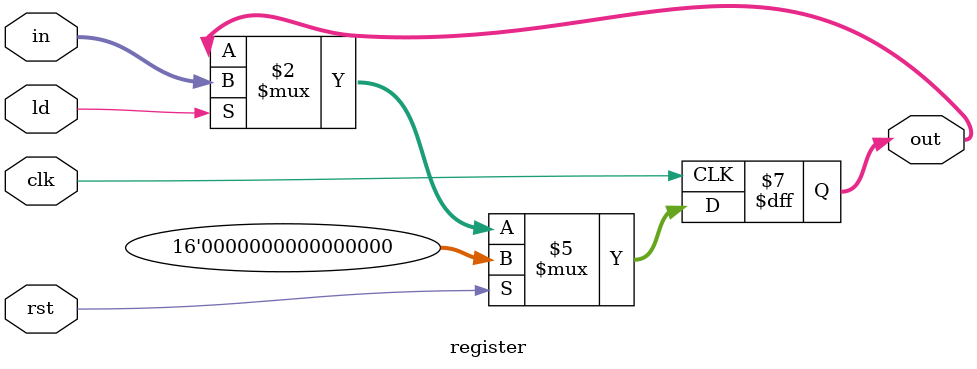
<source format=v>
`timescale 1ps/1ps

module register #(parameter N = 16)(clk, rst, ld, in, out);
    input clk, rst, ld;
    input[N-1:0] in;
    output reg[N-1:0] out;

    always @(posedge clk) begin 
        if(rst) begin
            out <= {N{1'b0}};  
        end else if(ld) begin
            out <= in;
        end
    end

endmodule 
</source>
